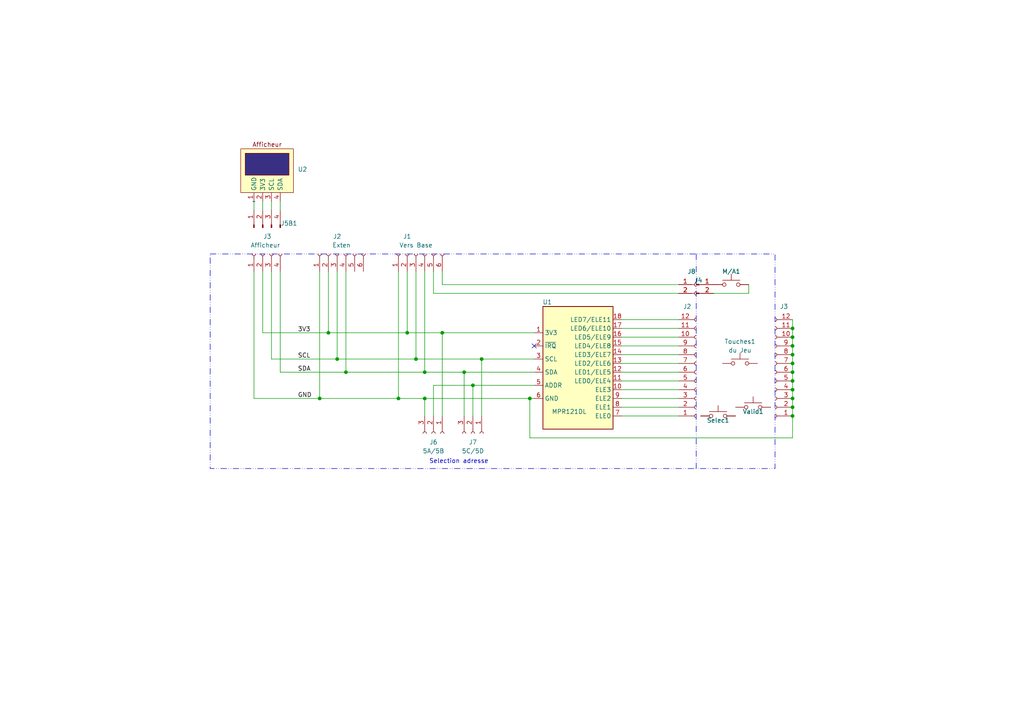
<source format=kicad_sch>
(kicad_sch (version 20230121) (generator eeschema)
  (paper "A4")
  (lib_symbols
    (symbol "Connector:Conn_01x02_Pin" (pin_names (offset 1.016) hide)
      (property "Reference" "J" (at 0 2.54 0))
      (property "Value" "Conn_01x02_Pin" (at 0 -5.08 0))
      (symbol "Conn_01x02_Pin_1_1"
        (polyline (pts (xy 1.27 -2.54) (xy 0.8636 -2.54)) (stroke (width 0.1524)))
        (polyline (pts (xy 1.27 0) (xy 0.8636 0)) (stroke (width 0.1524)))
        (rectangle (start 0.8636 -2.413) (end 0 -2.667) (stroke (width 0.1524)) (fill (type outline)))
        (rectangle (start 0.8636 0.127) (end 0 -0.127) (stroke (width 0.1524)) (fill (type outline)))
        (pin passive line (at 5.08 0 180) (length 3.81) (name "Pin_1") (number "1"))
        (pin passive line (at 5.08 -2.54 180) (length 3.81) (name "Pin_2") (number "2"))
      )
    )
    (symbol "Connector:Conn_01x02_Socket" (pin_names (offset 1.016) hide)
      (property "Reference" "J" (at 0 2.54 0))
      (property "Value" "Conn_01x02_Socket" (at 0 -5.08 0))
      (symbol "Conn_01x02_Socket_1_1"
        (arc (start 0 -2.032) (mid -0.5058 -2.54) (end 0 -3.048) (stroke (width 0.1524)))
        (polyline (pts (xy -1.27 -2.54) (xy -0.508 -2.54)) (stroke (width 0.1524)))
        (polyline (pts (xy -1.27 0) (xy -0.508 0)) (stroke (width 0.1524)))
        (arc (start 0 0.508) (mid -0.5058 0) (end 0 -0.508) (stroke (width 0.1524)))
        (pin passive line (at -5.08 0 0) (length 3.81) (name "Pin_1") (number "1"))
        (pin passive line (at -5.08 -2.54 0) (length 3.81) (name "Pin_2") (number "2"))
      )
    )
    (symbol "Connector:Conn_01x03_Socket" (pin_names (offset 1.016) hide)
      (property "Reference" "J" (at 0 5.08 0))
      (property "Value" "Conn_01x03_Socket" (at 0 -5.08 0))
      (symbol "Conn_01x03_Socket_1_1"
        (arc (start 0 -2.032) (mid -0.5058 -2.54) (end 0 -3.048) (stroke (width 0.1524)))
        (polyline (pts (xy -1.27 -2.54) (xy -0.508 -2.54)) (stroke (width 0.1524)))
        (polyline (pts (xy -1.27 0) (xy -0.508 0)) (stroke (width 0.1524)))
        (polyline (pts (xy -1.27 2.54) (xy -0.508 2.54)) (stroke (width 0.1524)))
        (arc (start 0 0.508) (mid -0.5058 0) (end 0 -0.508) (stroke (width 0.1524)))
        (arc (start 0 3.048) (mid -0.5058 2.54) (end 0 2.032) (stroke (width 0.1524)))
        (pin passive line (at -5.08 2.54 0) (length 3.81) (name "Pin_1") (number "1"))
        (pin passive line (at -5.08 0 0) (length 3.81) (name "Pin_2") (number "2"))
        (pin passive line (at -5.08 -2.54 0) (length 3.81) (name "Pin_3") (number "3"))
      )
    )
    (symbol "Connector:Conn_01x04_Pin" (pin_names (offset 1.016) hide)
      (property "Reference" "J" (at 0 5.08 0))
      (property "Value" "Conn_01x04_Pin" (at 0 -7.62 0))
      (symbol "Conn_01x04_Pin_1_1"
        (polyline (pts (xy 1.27 -5.08) (xy 0.8636 -5.08)) (stroke (width 0.1524)))
        (polyline (pts (xy 1.27 -2.54) (xy 0.8636 -2.54)) (stroke (width 0.1524)))
        (polyline (pts (xy 1.27 0) (xy 0.8636 0)) (stroke (width 0.1524)))
        (polyline (pts (xy 1.27 2.54) (xy 0.8636 2.54)) (stroke (width 0.1524)))
        (rectangle (start 0.8636 -4.953) (end 0 -5.207) (stroke (width 0.1524)) (fill (type outline)))
        (rectangle (start 0.8636 -2.413) (end 0 -2.667) (stroke (width 0.1524)) (fill (type outline)))
        (rectangle (start 0.8636 0.127) (end 0 -0.127) (stroke (width 0.1524)) (fill (type outline)))
        (rectangle (start 0.8636 2.667) (end 0 2.413) (stroke (width 0.1524)) (fill (type outline)))
        (pin passive line (at 5.08 2.54 180) (length 3.81) (name "Pin_1") (number "1"))
        (pin passive line (at 5.08 0 180) (length 3.81) (name "Pin_2") (number "2"))
        (pin passive line (at 5.08 -2.54 180) (length 3.81) (name "Pin_3") (number "3"))
        (pin passive line (at 5.08 -5.08 180) (length 3.81) (name "Pin_4") (number "4"))
      )
    )
    (symbol "Connector:Conn_01x04_Socket" (pin_names (offset 1.016) hide)
      (property "Reference" "J" (at 0 5.08 0))
      (property "Value" "Conn_01x04_Socket" (at 0 -7.62 0))
      (symbol "Conn_01x04_Socket_1_1"
        (arc (start 0 -4.572) (mid -0.5058 -5.08) (end 0 -5.588) (stroke (width 0.1524)))
        (arc (start 0 -2.032) (mid -0.5058 -2.54) (end 0 -3.048) (stroke (width 0.1524)))
        (polyline (pts (xy -1.27 -5.08) (xy -0.508 -5.08)) (stroke (width 0.1524)))
        (polyline (pts (xy -1.27 -2.54) (xy -0.508 -2.54)) (stroke (width 0.1524)))
        (polyline (pts (xy -1.27 0) (xy -0.508 0)) (stroke (width 0.1524)))
        (polyline (pts (xy -1.27 2.54) (xy -0.508 2.54)) (stroke (width 0.1524)))
        (arc (start 0 0.508) (mid -0.5058 0) (end 0 -0.508) (stroke (width 0.1524)))
        (arc (start 0 3.048) (mid -0.5058 2.54) (end 0 2.032) (stroke (width 0.1524)))
        (pin passive line (at -5.08 2.54 0) (length 3.81) (name "Pin_1") (number "1"))
        (pin passive line (at -5.08 0 0) (length 3.81) (name "Pin_2") (number "2"))
        (pin passive line (at -5.08 -2.54 0) (length 3.81) (name "Pin_3") (number "3"))
        (pin passive line (at -5.08 -5.08 0) (length 3.81) (name "Pin_4") (number "4"))
      )
    )
    (symbol "Connector:Conn_01x06_Socket" (pin_names (offset 1.016) hide)
      (property "Reference" "J" (at 0 7.62 0))
      (property "Value" "Conn_01x06_Socket" (at 0 -10.16 0))
      (symbol "Conn_01x06_Socket_1_1"
        (arc (start 0 -7.112) (mid -0.5058 -7.62) (end 0 -8.128) (stroke (width 0.1524)))
        (arc (start 0 -4.572) (mid -0.5058 -5.08) (end 0 -5.588) (stroke (width 0.1524)))
        (arc (start 0 -2.032) (mid -0.5058 -2.54) (end 0 -3.048) (stroke (width 0.1524)))
        (polyline (pts (xy -1.27 -7.62) (xy -0.508 -7.62)) (stroke (width 0.1524)))
        (polyline (pts (xy -1.27 -5.08) (xy -0.508 -5.08)) (stroke (width 0.1524)))
        (polyline (pts (xy -1.27 -2.54) (xy -0.508 -2.54)) (stroke (width 0.1524)))
        (polyline (pts (xy -1.27 0) (xy -0.508 0)) (stroke (width 0.1524)))
        (polyline (pts (xy -1.27 2.54) (xy -0.508 2.54)) (stroke (width 0.1524)))
        (polyline (pts (xy -1.27 5.08) (xy -0.508 5.08)) (stroke (width 0.1524)))
        (arc (start 0 0.508) (mid -0.5058 0) (end 0 -0.508) (stroke (width 0.1524)))
        (arc (start 0 3.048) (mid -0.5058 2.54) (end 0 2.032) (stroke (width 0.1524)))
        (arc (start 0 5.588) (mid -0.5058 5.08) (end 0 4.572) (stroke (width 0.1524)))
        (pin passive line (at -5.08 5.08 0) (length 3.81) (name "Pin_1") (number "1"))
        (pin passive line (at -5.08 2.54 0) (length 3.81) (name "Pin_2") (number "2"))
        (pin passive line (at -5.08 0 0) (length 3.81) (name "Pin_3") (number "3"))
        (pin passive line (at -5.08 -2.54 0) (length 3.81) (name "Pin_4") (number "4"))
        (pin passive line (at -5.08 -5.08 0) (length 3.81) (name "Pin_5") (number "5"))
        (pin passive line (at -5.08 -7.62 0) (length 3.81) (name "Pin_6") (number "6"))
      )
    )
    (symbol "Connector:Conn_01x12_Socket" (pin_names (offset 1.016) hide)
      (property "Reference" "J" (at 0 15.24 0))
      (property "Value" "Conn_01x12_Socket" (at 0 -17.78 0))
      (symbol "Conn_01x12_Socket_1_1"
        (arc (start 0 -14.732) (mid -0.5058 -15.24) (end 0 -15.748) (stroke (width 0.1524)))
        (arc (start 0 -12.192) (mid -0.5058 -12.7) (end 0 -13.208) (stroke (width 0.1524)))
        (arc (start 0 -9.652) (mid -0.5058 -10.16) (end 0 -10.668) (stroke (width 0.1524)))
        (arc (start 0 -7.112) (mid -0.5058 -7.62) (end 0 -8.128) (stroke (width 0.1524)))
        (arc (start 0 -4.572) (mid -0.5058 -5.08) (end 0 -5.588) (stroke (width 0.1524)))
        (arc (start 0 -2.032) (mid -0.5058 -2.54) (end 0 -3.048) (stroke (width 0.1524)))
        (polyline (pts (xy -1.27 -15.24) (xy -0.508 -15.24)) (stroke (width 0.1524)))
        (polyline (pts (xy -1.27 -12.7) (xy -0.508 -12.7)) (stroke (width 0.1524)))
        (polyline (pts (xy -1.27 -10.16) (xy -0.508 -10.16)) (stroke (width 0.1524)))
        (polyline (pts (xy -1.27 -7.62) (xy -0.508 -7.62)) (stroke (width 0.1524)))
        (polyline (pts (xy -1.27 -5.08) (xy -0.508 -5.08)) (stroke (width 0.1524)))
        (polyline (pts (xy -1.27 -2.54) (xy -0.508 -2.54)) (stroke (width 0.1524)))
        (polyline (pts (xy -1.27 0) (xy -0.508 0)) (stroke (width 0.1524)))
        (polyline (pts (xy -1.27 2.54) (xy -0.508 2.54)) (stroke (width 0.1524)))
        (polyline (pts (xy -1.27 5.08) (xy -0.508 5.08)) (stroke (width 0.1524)))
        (polyline (pts (xy -1.27 7.62) (xy -0.508 7.62)) (stroke (width 0.1524)))
        (polyline (pts (xy -1.27 10.16) (xy -0.508 10.16)) (stroke (width 0.1524)))
        (polyline (pts (xy -1.27 12.7) (xy -0.508 12.7)) (stroke (width 0.1524)))
        (arc (start 0 0.508) (mid -0.5058 0) (end 0 -0.508) (stroke (width 0.1524)))
        (arc (start 0 3.048) (mid -0.5058 2.54) (end 0 2.032) (stroke (width 0.1524)))
        (arc (start 0 5.588) (mid -0.5058 5.08) (end 0 4.572) (stroke (width 0.1524)))
        (arc (start 0 8.128) (mid -0.5058 7.62) (end 0 7.112) (stroke (width 0.1524)))
        (arc (start 0 10.668) (mid -0.5058 10.16) (end 0 9.652) (stroke (width 0.1524)))
        (arc (start 0 13.208) (mid -0.5058 12.7) (end 0 12.192) (stroke (width 0.1524)))
        (pin passive line (at -5.08 12.7 0) (length 3.81) (name "Pin_1") (number "1"))
        (pin passive line (at -5.08 -10.16 0) (length 3.81) (name "Pin_10") (number "10"))
        (pin passive line (at -5.08 -12.7 0) (length 3.81) (name "Pin_11") (number "11"))
        (pin passive line (at -5.08 -15.24 0) (length 3.81) (name "Pin_12") (number "12"))
        (pin passive line (at -5.08 10.16 0) (length 3.81) (name "Pin_2") (number "2"))
        (pin passive line (at -5.08 7.62 0) (length 3.81) (name "Pin_3") (number "3"))
        (pin passive line (at -5.08 5.08 0) (length 3.81) (name "Pin_4") (number "4"))
        (pin passive line (at -5.08 2.54 0) (length 3.81) (name "Pin_5") (number "5"))
        (pin passive line (at -5.08 0 0) (length 3.81) (name "Pin_6") (number "6"))
        (pin passive line (at -5.08 -2.54 0) (length 3.81) (name "Pin_7") (number "7"))
        (pin passive line (at -5.08 -5.08 0) (length 3.81) (name "Pin_8") (number "8"))
        (pin passive line (at -5.08 -7.62 0) (length 3.81) (name "Pin_9") (number "9"))
      )
    )
    (symbol "MaLibrairie2:Display"
      (property "Reference" "U" (at 0 0 0))
      (symbol "Display_0_1"
        (rectangle (start -3.81 15.24) (end 11.43 2.54) (fill (type background)))
        (rectangle (start -2.54 13.97) (end 10.16 7.62) (fill (type color) (color 57 48 132 1)))
        (text "Afficheur" (at 3.81 16.51 0) (effects (font (size 1.27 1.27))))
      )
      (symbol "Display_1_1"
        (pin input line (at 0 0 90) (length 2.54) (name "GND") (number "1"))
        (pin input line (at 2.54 0 90) (length 2.54) (name "3V3") (number "2"))
        (pin input line (at 5.08 0 90) (length 2.54) (name "SCL") (number "3"))
        (pin input line (at 7.62 0 90) (length 2.54) (name "SDA") (number "4"))
      )
    )
    (symbol "MaLibrairie2:MPR121QR2"
      (property "Reference" "U1" (at -8.89 19.05 0))
      (property "Value" "MPR121DL" (at -2.54 -12.7 0))
      (symbol "MPR121QR2_0_1"
        (rectangle (start -10.16 17.78) (end 10.16 -17.78) (stroke (width 0.254)) (fill (type background)))
      )
      (symbol "MPR121QR2_1_1"
        (pin power_in line (at -12.7 10.16 0) (length 2.54) (name "3V3") (number "1"))
        (pin passive line (at 12.7 -6.35 180) (length 2.54) (name "ELE3") (number "10"))
        (pin passive line (at 12.7 -3.81 180) (length 2.54) (name "LED0/ELE4") (number "11"))
        (pin passive line (at 12.7 -1.27 180) (length 2.54) (name "LED1/ELE5") (number "12"))
        (pin passive line (at 12.7 1.27 180) (length 2.54) (name "LED2/ELE6") (number "13"))
        (pin passive line (at 12.7 3.81 180) (length 2.54) (name "LED3/ELE7") (number "14"))
        (pin passive line (at 12.7 6.35 180) (length 2.54) (name "LED4/ELE8") (number "15"))
        (pin passive line (at 12.7 8.89 180) (length 2.54) (name "LED5/ELE9") (number "16"))
        (pin passive line (at 12.7 11.43 180) (length 2.54) (name "LED6/ELE10") (number "17"))
        (pin passive line (at 12.7 13.97 180) (length 2.54) (name "LED7/ELE11") (number "18"))
        (pin input line (at -12.7 6.35 0) (length 2.54) (name "~{IRQ}") (number "2"))
        (pin bidirectional line (at -12.7 2.54 0) (length 2.54) (name "SCL") (number "3"))
        (pin bidirectional line (at -12.7 -1.27 0) (length 2.54) (name "SDA") (number "4"))
        (pin input line (at -12.7 -5.08 0) (length 2.54) (name "ADDR") (number "5"))
        (pin power_in line (at -12.7 -8.89 0) (length 2.54) (name "GND") (number "6"))
        (pin passive line (at 12.7 -13.97 180) (length 2.54) (name "ELE0") (number "7"))
        (pin passive line (at 12.7 -11.43 180) (length 2.54) (name "ELE1") (number "8"))
        (pin passive line (at 12.7 -8.89 180) (length 2.54) (name "ELE2") (number "9"))
      )
    )
    (symbol "Switch:SW_Push" (pin_numbers hide) (pin_names (offset 1.016) hide)
      (property "Reference" "SW" (at 1.27 2.54 0))
      (property "Value" "SW_Push" (at 0 -1.524 0))
      (symbol "SW_Push_0_1"
        (circle (center -2.032 0) (radius 0.508))
        (polyline (pts (xy 0 1.27) (xy 0 3.048)))
        (polyline (pts (xy 2.54 1.27) (xy -2.54 1.27)))
        (circle (center 2.032 0) (radius 0.508))
        (pin passive line (at -5.08 0 0) (length 2.54) (name "1") (number "1"))
        (pin passive line (at 5.08 0 180) (length 2.54) (name "2") (number "2"))
      )
    )
  )
  (junction (at 137.16 111.76))
  (junction (at 229.87 100.33))
  (junction (at 128.27 96.52))
  (junction (at 229.87 102.87))
  (junction (at 229.87 105.41))
  (junction (at 95.25 96.52))
  (junction (at 229.87 95.25))
  (junction (at 134.62 107.95))
  (junction (at 118.11 96.52))
  (junction (at 123.19 115.57))
  (junction (at 229.87 120.65))
  (junction (at 229.87 113.03))
  (junction (at 229.87 118.11))
  (junction (at 123.19 107.95))
  (junction (at 229.87 115.57))
  (junction (at 153.67 115.57))
  (junction (at 92.71 115.57))
  (junction (at 100.33 107.95))
  (junction (at 139.7 104.14))
  (junction (at 229.87 110.49))
  (junction (at 229.87 107.95))
  (junction (at 115.57 115.57))
  (junction (at 97.79 104.14))
  (junction (at 120.65 104.14))
  (junction (at 229.87 97.79))
  (no_connect (at 154.94 100.33))
  (wire (pts (xy 81.28 78.74) (xy 81.28 107.95)))
  (wire (pts (xy 180.34 107.95) (xy 196.85 107.95)))
  (wire (pts (xy 180.34 97.79) (xy 196.85 97.79)))
  (wire (pts (xy 76.2 58.42) (xy 76.2 60.96)))
  (wire (pts (xy 229.87 115.57) (xy 229.87 118.11)))
  (wire (pts (xy 196.85 92.71) (xy 180.34 92.71)))
  (wire (pts (xy 81.28 58.42) (xy 81.28 60.96)))
  (wire (pts (xy 180.34 100.33) (xy 196.85 100.33)))
  (wire (pts (xy 123.19 107.95) (xy 134.62 107.95)))
  (wire (pts (xy 97.79 78.74) (xy 97.79 104.14)))
  (wire (pts (xy 128.27 96.52) (xy 154.94 96.52)))
  (wire (pts (xy 125.73 120.65) (xy 125.73 111.76)))
  (wire (pts (xy 217.17 82.55) (xy 217.17 85.09)))
  (wire (pts (xy 137.16 111.76) (xy 154.94 111.76)))
  (wire (pts (xy 92.71 115.57) (xy 73.66 115.57)))
  (wire (pts (xy 134.62 107.95) (xy 134.62 120.65)))
  (wire (pts (xy 76.2 78.74) (xy 76.2 96.52)))
  (wire (pts (xy 123.19 78.74) (xy 123.19 107.95)))
  (wire (pts (xy 134.62 107.95) (xy 154.94 107.95)))
  (wire (pts (xy 137.16 111.76) (xy 137.16 120.65)))
  (wire (pts (xy 139.7 104.14) (xy 139.7 120.65)))
  (wire (pts (xy 115.57 78.74) (xy 115.57 115.57)))
  (wire (pts (xy 229.87 105.41) (xy 229.87 107.95)))
  (wire (pts (xy 153.67 115.57) (xy 153.67 127)))
  (wire (pts (xy 128.27 82.55) (xy 128.27 78.74)))
  (wire (pts (xy 180.34 102.87) (xy 196.85 102.87)))
  (wire (pts (xy 180.34 110.49) (xy 196.85 110.49)))
  (wire (pts (xy 229.87 113.03) (xy 229.87 115.57)))
  (wire (pts (xy 229.87 127) (xy 153.67 127)))
  (wire (pts (xy 229.87 118.11) (xy 229.87 120.65)))
  (wire (pts (xy 78.74 58.42) (xy 78.74 60.96)))
  (wire (pts (xy 229.87 110.49) (xy 229.87 113.03)))
  (wire (pts (xy 123.19 115.57) (xy 123.19 120.65)))
  (wire (pts (xy 128.27 82.55) (xy 196.85 82.55)))
  (wire (pts (xy 229.87 100.33) (xy 229.87 102.87)))
  (wire (pts (xy 78.74 78.74) (xy 78.74 104.14)))
  (wire (pts (xy 95.25 96.52) (xy 118.11 96.52)))
  (wire (pts (xy 229.87 92.71) (xy 229.87 95.25)))
  (wire (pts (xy 217.17 85.09) (xy 207.01 85.09)))
  (wire (pts (xy 120.65 78.74) (xy 120.65 104.14)))
  (wire (pts (xy 180.34 105.41) (xy 196.85 105.41)))
  (wire (pts (xy 229.87 102.87) (xy 229.87 105.41)))
  (wire (pts (xy 118.11 78.74) (xy 118.11 96.52)))
  (wire (pts (xy 229.87 95.25) (xy 229.87 97.79)))
  (wire (pts (xy 100.33 107.95) (xy 81.28 107.95)))
  (wire (pts (xy 120.65 104.14) (xy 97.79 104.14)))
  (wire (pts (xy 229.87 97.79) (xy 229.87 100.33)))
  (wire (pts (xy 125.73 111.76) (xy 137.16 111.76)))
  (wire (pts (xy 180.34 113.03) (xy 196.85 113.03)))
  (wire (pts (xy 118.11 96.52) (xy 128.27 96.52)))
  (wire (pts (xy 180.34 115.57) (xy 196.85 115.57)))
  (wire (pts (xy 95.25 96.52) (xy 76.2 96.52)))
  (wire (pts (xy 92.71 115.57) (xy 115.57 115.57)))
  (wire (pts (xy 92.71 78.74) (xy 92.71 115.57)))
  (wire (pts (xy 97.79 104.14) (xy 78.74 104.14)))
  (wire (pts (xy 73.66 58.42) (xy 73.66 60.96)))
  (wire (pts (xy 139.7 104.14) (xy 120.65 104.14)))
  (wire (pts (xy 229.87 107.95) (xy 229.87 110.49)))
  (wire (pts (xy 153.67 115.57) (xy 154.94 115.57)))
  (wire (pts (xy 180.34 120.65) (xy 196.85 120.65)))
  (wire (pts (xy 125.73 85.09) (xy 196.85 85.09)))
  (wire (pts (xy 115.57 115.57) (xy 123.19 115.57)))
  (wire (pts (xy 154.94 104.14) (xy 139.7 104.14)))
  (wire (pts (xy 125.73 78.74) (xy 125.73 85.09)))
  (wire (pts (xy 180.34 118.11) (xy 196.85 118.11)))
  (wire (pts (xy 73.66 78.74) (xy 73.66 115.57)))
  (wire (pts (xy 128.27 96.52) (xy 128.27 120.65)))
  (wire (pts (xy 95.25 78.74) (xy 95.25 96.52)))
  (wire (pts (xy 100.33 78.74) (xy 100.33 107.95)))
  (wire (pts (xy 229.87 120.65) (xy 229.87 127)))
  (polyline (pts (xy 201.93 73.66) (xy 201.93 135.89)) (stroke (width 0) (type dash_dot_dot)))
  (wire (pts (xy 100.33 107.95) (xy 123.19 107.95)))
  (wire (pts (xy 180.34 95.25) (xy 196.85 95.25)))
  (wire (pts (xy 123.19 115.57) (xy 153.67 115.57)))
  (rectangle (start 60.96 73.66) (end 224.79 135.89) (stroke (width 0) (type dash_dot_dot)))
  (text "Selection adresse" (at 124.46 134.62 0) (effects (font (size 1.27 1.27)) (justify left bottom)))
  (label "GND" (at 86.36 115.57 0))
  (label "3V3" (at 86.36 96.52 0))
  (label "SDA" (at 86.36 107.95 0))
  (label "SCL" (at 86.36 104.14 0))
  (symbol (lib_id "Connector:Conn_01x04_Socket") (at 76.2 73.66 90) (unit 1)
    (property "Reference" "J3" (at 78.74 68.58 90) (effects (justify left)))
    (property "Value" "Afficheur" (at 81.28 71.12 90) (effects (justify left)))
    (property "Footprint" "MesEmpreintes2:SIP-4" (effects hide))
  )
  (symbol (lib_id "Connector:Conn_01x03_Socket") (at 125.73 125.73 270) (unit 1)
    (property "Reference" "J6" (at 125.73 128.27 90))
    (property "Value" "5A/5B" (at 125.73 130.81 90))
    (property "Footprint" "MesEmpreintes2:SIP-3" (effects hide))
  )
  (symbol (lib_id "Connector:Conn_01x04_Pin") (at 76.2 66.04 90) (unit 1) (on_board no)
    (property "Reference" "J5B1" (at 83.82 64.77 90))
    (property "Value" "Conn_01x04_Pin" (effects hide))
  )
  (symbol (lib_id "Switch:SW_Push") (at 218.44 118.11 0) (unit 1) (on_board no)
    (property "Reference" "Valid1" (at 218.44 119.38 0))
    (property "Value" "M/A" (effects hide))
  )
  (symbol (lib_id "Connector:Conn_01x03_Socket") (at 137.16 125.73 270) (unit 1)
    (property "Reference" "J7" (at 137.16 128.27 90))
    (property "Value" "5C/5D" (at 137.16 130.81 90))
    (property "Footprint" "MesEmpreintes2:SIP-3" (effects hide))
  )
  (symbol (lib_id "Connector:Conn_01x12_Socket") (at 201.93 107.95 0) (mirror x) (unit 1)
    (property "Reference" "J2" (at 198.12 88.9 0) (effects (justify left)))
    (property "Value" "Conn_01x12_Socket" (effects hide))
    (property "Footprint" "MesEmpreintes2:SIP-12" (effects hide))
  )
  (symbol (lib_id "Switch:SW_Push") (at 208.28 120.65 0) (unit 1) (on_board no)
    (property "Reference" "Selec1" (at 208.28 121.92 0))
    (property "Value" "M/A" (effects hide))
  )
  (symbol (lib_id "MaLibrairie2:Display") (at 73.66 58.42 0) (unit 1) (on_board no)
    (property "Reference" "U2" (at 86.36 49.1132 0) (effects (justify left)))
    (property "Value" "~" (at 73.66 58.42 0))
  )
  (symbol (lib_id "Connector:Conn_01x02_Socket") (at 201.93 82.55 0) (unit 1)
    (property "Reference" "J8" (at 199.39 78.74 0) (effects (justify left)))
    (property "Value" "Conn_01x02_Socket" (effects hide))
    (property "Footprint" "MesEmpreintes2:SIP-2" (effects hide))
  )
  (symbol (lib_id "Connector:Conn_01x12_Socket") (at 224.79 107.95 180) (unit 1)
    (property "Reference" "J3" (at 228.6 88.9 0) (effects (justify left)))
    (property "Value" "Conn_01x12_Socket" (effects hide))
    (property "Footprint" "MesEmpreintes2:SIP-12" (effects hide))
  )
  (symbol (lib_id "Switch:SW_Push") (at 212.09 82.55 0) (unit 1) (on_board no)
    (property "Reference" "M/A1" (at 212.09 78.74 0))
    (property "Value" "M/A" (effects hide))
  )
  (symbol (lib_id "Connector:Conn_01x06_Socket") (at 120.65 73.66 90) (unit 1)
    (property "Reference" "J1" (at 118.11 68.58 90))
    (property "Value" "Vers Base" (at 120.65 71.12 90))
    (property "Footprint" "MesEmpreintes2:SIP-6" (effects hide))
  )
  (symbol (lib_id "MaLibrairie2:MPR121QR2") (at 167.64 106.68 0) (unit 1)
    (property "Reference" "U1" (at 158.75 87.63 0))
    (property "Value" "MPR121DL" (at 165.1 119.38 0))
    (property "Footprint" "MesEmpreintes2:MPR121" (effects hide))
    (property "Datasheet" "https://resurgentsemi.com/wp-content/uploads/2018/09/MPR121_rev5-Resurgent.pdf?d453f8&d453f8" (effects hide))
  )
  (symbol (lib_id "Switch:SW_Push") (at 214.63 105.41 0) (unit 1) (on_board no)
    (property "Reference" "Touches1" (at 214.63 99.06 0))
    (property "Value" "du Jeu" (at 214.63 101.6 0))
  )
  (symbol (lib_id "Connector:Conn_01x02_Pin") (at 201.93 82.55 0) (unit 1) (on_board no)
    (property "Reference" "J4" (at 202.565 81.28 0))
    (property "Value" "Conn_01x02_Pin" (effects hide))
  )
  (symbol (lib_id "Connector:Conn_01x06_Socket") (at 97.79 73.66 90) (unit 1)
    (property "Reference" "J2" (at 97.79 68.58 90))
    (property "Value" "Exten" (at 99.06 71.12 90))
    (property "Footprint" "MesEmpreintes2:SIP-6" (effects hide))
  )
)
</source>
